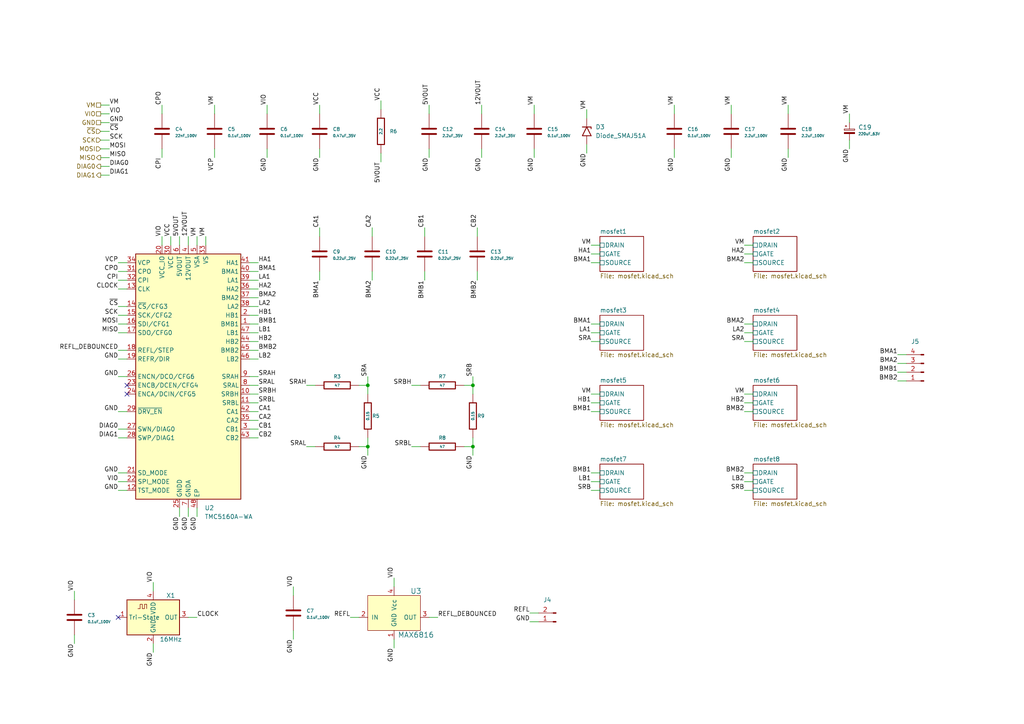
<source format=kicad_sch>
(kicad_sch (version 20230121) (generator eeschema)
  (paper "A4")
  (title_block (title "pico-hat-stepper") (date "2024-04-16") (rev "1.0") (company "Howard Hughes Medical Institute"))
  (lib_symbols
    (symbol "Janelia:CP_220uF_63V_12.5x14.1MM" (pin_numbers hide) (pin_names (offset 0.254) hide)
      (property "Reference" "C" (at 0.254 1.778 0))
      (property "Value" "220uF_63V" (at 0 0 0))
      (symbol "CP_220uF_63V_12.5x14.1MM_0_1"
        (rectangle (start -1.524 -0.3048) (end 1.524 -0.6858) (fill (type outline)))
        (rectangle (start -1.524 0.6858) (end 1.524 0.3048))
        (polyline (pts (xy -1.27 1.524) (xy -0.762 1.524)))
        (polyline (pts (xy -1.016 1.27) (xy -1.016 1.778)))
      )
      (symbol "CP_220uF_63V_12.5x14.1MM_1_1"
        (pin passive line (at 0 2.54 270) (length 1.8542) (name "~") (number "1"))
        (pin passive line (at 0 -2.54 90) (length 1.8542) (name "~") (number "2"))
      )
    )
    (symbol "Janelia:C_0.1uF_100V_0402" (pin_numbers hide) (pin_names (offset 0.254))
      (property "Reference" "C" (at 0 2.54 0))
      (property "Value" "0.1uF_100V" (at 0 0 0))
      (symbol "C_0.1uF_100V_0402_0_1"
        (polyline (pts (xy -2.032 -0.762) (xy 2.032 -0.762)) (stroke (width 0.508)))
        (polyline (pts (xy -2.032 0.762) (xy 2.032 0.762)) (stroke (width 0.508)))
      )
      (symbol "C_0.1uF_100V_0402_1_1"
        (pin passive line (at 0 5.08 270) (length 4.318) (name "~") (number "1"))
        (pin passive line (at 0 -5.08 90) (length 4.318) (name "~") (number "2"))
      )
    )
    (symbol "Janelia:C_0.22uF_25V_0402" (pin_numbers hide) (pin_names (offset 0.254))
      (property "Reference" "C" (at 0 2.54 0))
      (property "Value" "0.22uF_25V" (at 0 0 0))
      (symbol "C_0.22uF_25V_0402_0_1"
        (polyline (pts (xy -2.032 -0.762) (xy 2.032 -0.762)) (stroke (width 0.508)))
        (polyline (pts (xy -2.032 0.762) (xy 2.032 0.762)) (stroke (width 0.508)))
      )
      (symbol "C_0.22uF_25V_0402_1_1"
        (pin passive line (at 0 5.08 270) (length 4.318) (name "~") (number "1"))
        (pin passive line (at 0 -5.08 90) (length 4.318) (name "~") (number "2"))
      )
    )
    (symbol "Janelia:C_0.47uF_35V_0402" (pin_numbers hide) (pin_names (offset 0.254))
      (property "Reference" "C" (at 0 2.54 0))
      (property "Value" "0.47uF_35V" (at 0 0 0))
      (symbol "C_0.47uF_35V_0402_0_1"
        (polyline (pts (xy -2.032 -0.762) (xy 2.032 -0.762)) (stroke (width 0.508)))
        (polyline (pts (xy -2.032 0.762) (xy 2.032 0.762)) (stroke (width 0.508)))
      )
      (symbol "C_0.47uF_35V_0402_1_1"
        (pin passive line (at 0 5.08 270) (length 4.318) (name "~") (number "1"))
        (pin passive line (at 0 -5.08 90) (length 4.318) (name "~") (number "2"))
      )
    )
    (symbol "Janelia:C_2.2uF_100V_0805" (pin_numbers hide) (pin_names (offset 0.254))
      (property "Reference" "C" (at 0 2.54 0))
      (property "Value" "2.2uF_100V" (at 0 0 0))
      (symbol "C_2.2uF_100V_0805_0_1"
        (polyline (pts (xy -2.032 -0.762) (xy 2.032 -0.762)) (stroke (width 0.508)))
        (polyline (pts (xy -2.032 0.762) (xy 2.032 0.762)) (stroke (width 0.508)))
      )
      (symbol "C_2.2uF_100V_0805_1_1"
        (pin passive line (at 0 5.08 270) (length 4.318) (name "~") (number "1"))
        (pin passive line (at 0 -5.08 90) (length 4.318) (name "~") (number "2"))
      )
    )
    (symbol "Janelia:C_2.2uF_35V_0402" (pin_numbers hide) (pin_names (offset 0.254))
      (property "Reference" "C" (at 0 2.54 0))
      (property "Value" "2.2uF_35V" (at 0 0 0))
      (symbol "C_2.2uF_35V_0402_0_1"
        (polyline (pts (xy -2.032 -0.762) (xy 2.032 -0.762)) (stroke (width 0.508)))
        (polyline (pts (xy -2.032 0.762) (xy 2.032 0.762)) (stroke (width 0.508)))
      )
      (symbol "C_2.2uF_35V_0402_1_1"
        (pin passive line (at 0 5.08 270) (length 4.318) (name "~") (number "1"))
        (pin passive line (at 0 -5.08 90) (length 4.318) (name "~") (number "2"))
      )
    )
    (symbol "Janelia:C_22nF_100V_0603" (pin_numbers hide) (pin_names (offset 0.254))
      (property "Reference" "C" (at 0 2.54 0))
      (property "Value" "22nF_100V" (at 0 0 0))
      (symbol "C_22nF_100V_0603_0_1"
        (polyline (pts (xy -2.032 -0.762) (xy 2.032 -0.762)) (stroke (width 0.508)))
        (polyline (pts (xy -2.032 0.762) (xy 2.032 0.762)) (stroke (width 0.508)))
      )
      (symbol "C_22nF_100V_0603_1_1"
        (pin passive line (at 0 5.08 270) (length 4.318) (name "~") (number "1"))
        (pin passive line (at 0 -5.08 90) (length 4.318) (name "~") (number "2"))
      )
    )
    (symbol "Janelia:Conn_01x02_P1MM_Molex_Pico-Clasp-501330_Horizontal" (pin_names (offset 1.016) hide)
      (property "Reference" "J" (at 2.54 2.54 0))
      (property "Value" "Conn_01x02_P1.5MM_Molex_Pico-SPOX_Horizontal" (at -1.27 -1.27 90))
      (symbol "Conn_01x02_P1MM_Molex_Pico-Clasp-501330_Horizontal_1_1"
        (polyline (pts (xy 1.27 -2.54) (xy 0.8636 -2.54)) (stroke (width 0.1524)))
        (polyline (pts (xy 1.27 0) (xy 0.8636 0)) (stroke (width 0.1524)))
        (rectangle (start 0.8636 -2.413) (end 0 -2.667) (stroke (width 0.1524)) (fill (type outline)))
        (rectangle (start 0.8636 0.127) (end 0 -0.127) (stroke (width 0.1524)) (fill (type outline)))
        (pin passive line (at 5.08 0 180) (length 3.81) (name "Pin_1") (number "1"))
        (pin passive line (at 5.08 -2.54 180) (length 3.81) (name "Pin_2") (number "2"))
      )
    )
    (symbol "Janelia:Conn_01x04_P1.5MM_Molex_Pico-SPOX-87438_Horizontal" (pin_names (offset 1.016) hide)
      (property "Reference" "J" (at 2.54 6.35 0))
      (property "Value" "Conn_01x04_P1.5MM_Molex_Pico-SPOX-87438_Horizontal" (at -1.27 -1.27 90))
      (symbol "Conn_01x04_P1.5MM_Molex_Pico-SPOX-87438_Horizontal_1_1"
        (polyline (pts (xy 1.27 -5.08) (xy 0.8636 -5.08)) (stroke (width 0.1524)))
        (polyline (pts (xy 1.27 -2.54) (xy 0.8636 -2.54)) (stroke (width 0.1524)))
        (polyline (pts (xy 1.27 0) (xy 0.8636 0)) (stroke (width 0.1524)))
        (polyline (pts (xy 1.27 2.54) (xy 0.8636 2.54)) (stroke (width 0.1524)))
        (rectangle (start 0.8636 -4.953) (end 0 -5.207) (stroke (width 0.1524)) (fill (type outline)))
        (rectangle (start 0.8636 -2.413) (end 0 -2.667) (stroke (width 0.1524)) (fill (type outline)))
        (rectangle (start 0.8636 0.127) (end 0 -0.127) (stroke (width 0.1524)) (fill (type outline)))
        (rectangle (start 0.8636 2.667) (end 0 2.413) (stroke (width 0.1524)) (fill (type outline)))
        (pin passive line (at 5.08 2.54 180) (length 3.81) (name "Pin_1") (number "1"))
        (pin passive line (at 5.08 0 180) (length 3.81) (name "Pin_2") (number "2"))
        (pin passive line (at 5.08 -2.54 180) (length 3.81) (name "Pin_3") (number "3"))
        (pin passive line (at 5.08 -5.08 180) (length 3.81) (name "Pin_4") (number "4"))
      )
    )
    (symbol "Janelia:Diode_SMAJ51A" (pin_numbers hide) (pin_names (offset 1.016) hide)
      (property "Reference" "D" (at 0 2.54 0))
      (property "Value" "Diode_SMAJ51A" (at 0 -2.54 0))
      (symbol "Diode_SMAJ51A_0_1"
        (polyline (pts (xy -0.762 1.27) (xy -1.27 1.27) (xy -1.27 -1.27)) (stroke (width 0.254)))
        (polyline (pts (xy 1.27 1.27) (xy 1.27 -1.27) (xy -1.27 0) (xy 1.27 1.27)) (stroke (width 0.254)))
      )
      (symbol "Diode_SMAJ51A_1_1"
        (pin passive line (at -3.81 0 0) (length 2.54) (name "A1") (number "1"))
        (pin passive line (at 3.81 0 180) (length 2.54) (name "A2") (number "2"))
      )
    )
    (symbol "Janelia:MAX6816" (pin_names (offset 1.016))
      (property "Reference" "U" (at 5.08 -6.35 0))
      (property "Value" "MAX6816" (at 5.08 6.35 0))
      (symbol "MAX6816_1_1"
        (rectangle (start -7.62 5.08) (end 7.62 -5.08) (fill (type background)))
        (pin power_in line (at 0 -7.62 90) (length 2.54) (name "GND") (number "1"))
        (pin passive line (at -10.16 -1.27 0) (length 2.54) (name "IN") (number "2"))
        (pin output line (at 10.16 -1.27 180) (length 2.54) (name "OUT") (number "3"))
        (pin power_in line (at 0 7.62 270) (length 2.54) (name "Vcc") (number "4"))
      )
    )
    (symbol "Janelia:Oscillator_16MHz_ECS-2520S33"
      (property "Reference" "X" (at -5.08 6.35 0))
      (property "Value" "16MHz" (at 1.27 -6.35 0))
      (symbol "Oscillator_16MHz_ECS-2520S33_0_1"
        (rectangle (start -7.62 5.08) (end 7.62 -5.08) (stroke (width 0.254)) (fill (type background)))
        (polyline (pts (xy -4.445 2.54) (xy -3.81 2.54) (xy -3.81 3.81) (xy -3.175 3.81) (xy -3.175 2.54) (xy -2.54 2.54) (xy -2.54 3.81) (xy -1.905 3.81) (xy -1.905 2.54)))
      )
      (symbol "Oscillator_16MHz_ECS-2520S33_1_1"
        (pin input line (at -10.16 0 0) (length 2.54) (name "Tri-State") (number "1"))
        (pin power_in line (at 0 -7.62 90) (length 2.54) (name "GND") (number "2"))
        (pin output line (at 10.16 0 180) (length 2.54) (name "OUT") (number "3"))
        (pin power_in line (at 0 7.62 270) (length 2.54) (name "VDD") (number "4"))
      )
    )
    (symbol "Janelia:R_0.15_1W_1206_CS" (pin_numbers hide) (pin_names (offset 0))
      (property "Reference" "R" (at 2.032 0 90))
      (property "Value" "0.15" (at 0 0 90))
      (symbol "R_0.15_1W_1206_CS_0_1"
        (rectangle (start -1.016 3.81) (end 1.016 -3.81) (stroke (width 0.3048)))
      )
      (symbol "R_0.15_1W_1206_CS_1_1"
        (pin passive line (at 0 6.35 270) (length 2.54) (name "~") (number "1"))
        (pin passive line (at 0 -6.35 90) (length 2.54) (name "~") (number "2"))
      )
    )
    (symbol "Janelia:R_2.2_0402" (pin_numbers hide) (pin_names (offset 0))
      (property "Reference" "R" (at 2.032 0 90))
      (property "Value" "2.2" (at 0 0 90))
      (symbol "R_2.2_0402_0_1"
        (rectangle (start -1.016 3.81) (end 1.016 -3.81) (stroke (width 0.3048)))
      )
      (symbol "R_2.2_0402_1_1"
        (pin passive line (at 0 6.35 270) (length 2.54) (name "~") (number "1"))
        (pin passive line (at 0 -6.35 90) (length 2.54) (name "~") (number "2"))
      )
    )
    (symbol "Janelia:R_47_0.063W_0402" (pin_numbers hide) (pin_names (offset 0))
      (property "Reference" "R" (at 2.032 0 90))
      (property "Value" "47" (at 0 0 90))
      (symbol "R_47_0.063W_0402_0_1"
        (rectangle (start -1.016 3.81) (end 1.016 -3.81) (stroke (width 0.3048)))
      )
      (symbol "R_47_0.063W_0402_1_1"
        (pin passive line (at 0 6.35 270) (length 2.54) (name "~") (number "1"))
        (pin passive line (at 0 -6.35 90) (length 2.54) (name "~") (number "2"))
      )
    )
    (symbol "Janelia:TMC5160A-WA"
      (property "Reference" "U" (at -11.43 38.1 0))
      (property "Value" "TMC5160A-WA" (at 10.16 38.1 0))
      (symbol "TMC5160A-WA_1_0"
        (rectangle (start -15.24 -35.56) (end 15.24 35.56) (stroke (width 0.254)) (fill (type background)))
      )
      (symbol "TMC5160A-WA_1_1"
        (pin passive line (at 17.78 15.24 180) (length 2.54) (name "BMB1") (number "1"))
        (pin passive line (at 17.78 -5.08 180) (length 2.54) (name "SRBH") (number "10"))
        (pin passive line (at 17.78 -7.62 180) (length 2.54) (name "SRBL") (number "11"))
        (pin input line (at -17.78 -33.02 0) (length 2.54) (name "TST_MODE") (number "12"))
        (pin input line (at -17.78 25.4 0) (length 2.54) (name "CLK") (number "13"))
        (pin input line (at -17.78 20.32 0) (length 2.54) (name "~{CS}/CFG3") (number "14"))
        (pin input line (at -17.78 17.78 0) (length 2.54) (name "SCK/CFG2") (number "15"))
        (pin input line (at -17.78 15.24 0) (length 2.54) (name "SDI/CFG1") (number "16"))
        (pin bidirectional line (at -17.78 12.7 0) (length 2.54) (name "SDO/CFG0") (number "17"))
        (pin input line (at -17.78 7.62 0) (length 2.54) (name "REFL/STEP") (number "18"))
        (pin input line (at -17.78 5.08 0) (length 2.54) (name "REFR/DIR") (number "19"))
        (pin output line (at 17.78 17.78 180) (length 2.54) (name "HB1") (number "2"))
        (pin power_in line (at -7.62 38.1 270) (length 2.54) (name "VCC_IO") (number "20"))
        (pin input line (at -17.78 -27.94 0) (length 2.54) (name "SD_MODE") (number "21"))
        (pin input line (at -17.78 -30.48 0) (length 2.54) (name "SPI_MODE") (number "22"))
        (pin input line (at -17.78 -2.54 0) (length 2.54) (name "ENCB/DCEN/CFG4") (number "23"))
        (pin input line (at -17.78 -5.08 0) (length 2.54) (name "ENCA/DCIN/CFG5") (number "24"))
        (pin power_in line (at -2.54 -38.1 90) (length 2.54) (name "GNDD") (number "25"))
        (pin bidirectional line (at -17.78 0 0) (length 2.54) (name "ENCN/DCO/CFG6") (number "26"))
        (pin bidirectional line (at -17.78 -15.24 0) (length 2.54) (name "SWN/DIAG0") (number "27"))
        (pin bidirectional line (at -17.78 -17.78 0) (length 2.54) (name "SWP/DIAG1") (number "28"))
        (pin input line (at -17.78 -10.16 0) (length 2.54) (name "~{DRV_EN}") (number "29"))
        (pin passive line (at 17.78 -15.24 180) (length 2.54) (name "CB1") (number "3"))
        (pin power_in line (at -5.08 38.1 270) (length 2.54) (name "VCC") (number "30"))
        (pin passive line (at -17.78 30.48 0) (length 2.54) (name "CPO") (number "31"))
        (pin passive line (at -17.78 27.94 0) (length 2.54) (name "CPI") (number "32"))
        (pin power_in line (at 5.08 38.1 270) (length 2.54) (name "VS") (number "33"))
        (pin passive line (at -17.78 33.02 0) (length 2.54) (name "VCP") (number "34"))
        (pin passive line (at 17.78 -12.7 180) (length 2.54) (name "CA2") (number "35"))
        (pin output line (at 17.78 25.4 180) (length 2.54) (name "HA2") (number "36"))
        (pin passive line (at 17.78 22.86 180) (length 2.54) (name "BMA2") (number "37"))
        (pin output line (at 17.78 20.32 180) (length 2.54) (name "LA2") (number "38"))
        (pin output line (at 17.78 27.94 180) (length 2.54) (name "LA1") (number "39"))
        (pin power_out line (at 0 38.1 270) (length 2.54) (name "12VOUT") (number "4"))
        (pin passive line (at 17.78 30.48 180) (length 2.54) (name "BMA1") (number "40"))
        (pin output line (at 17.78 33.02 180) (length 2.54) (name "HA1") (number "41"))
        (pin passive line (at 17.78 -10.16 180) (length 2.54) (name "CA1") (number "42"))
        (pin passive line (at 17.78 -17.78 180) (length 2.54) (name "CB2") (number "43"))
        (pin output line (at 17.78 10.16 180) (length 2.54) (name "HB2") (number "44"))
        (pin passive line (at 17.78 7.62 180) (length 2.54) (name "BMB2") (number "45"))
        (pin output line (at 17.78 5.08 180) (length 2.54) (name "LB2") (number "46"))
        (pin output line (at 17.78 12.7 180) (length 2.54) (name "LB1") (number "47"))
        (pin power_in line (at 2.54 -38.1 90) (length 2.54) (name "EP") (number "48"))
        (pin power_in line (at 2.54 38.1 270) (length 2.54) (name "VSA") (number "5"))
        (pin power_out line (at -2.54 38.1 270) (length 2.54) (name "5VOUT") (number "6"))
        (pin power_in line (at 0 -38.1 90) (length 2.54) (name "GNDA") (number "7"))
        (pin passive line (at 17.78 -2.54 180) (length 2.54) (name "SRAL") (number "8"))
        (pin passive line (at 17.78 0 180) (length 2.54) (name "SRAH") (number "9"))
      )
    )
  )
  (junction (at 106.68 111.76))
  (junction (at 137.16 129.54))
  (junction (at 137.16 111.76))
  (junction (at 106.68 129.54))
  (no_connect (at 36.83 114.3))
  (no_connect (at 34.29 179.07))
  (no_connect (at 36.83 111.76))
  (wire (pts (xy 171.45 114.3) (xy 173.99 114.3)))
  (wire (pts (xy 104.14 179.07) (xy 101.6 179.07)))
  (wire (pts (xy 72.39 93.98) (xy 74.93 93.98)))
  (wire (pts (xy 85.09 172.72) (xy 85.09 170.18)))
  (wire (pts (xy 215.9 76.2) (xy 218.44 76.2)))
  (wire (pts (xy 59.69 71.12) (xy 59.69 68.58)))
  (wire (pts (xy 106.68 114.3) (xy 106.68 111.76)))
  (wire (pts (xy 215.9 116.84) (xy 218.44 116.84)))
  (wire (pts (xy 72.39 88.9) (xy 74.93 88.9)))
  (wire (pts (xy 72.39 114.3) (xy 74.93 114.3)))
  (wire (pts (xy 212.09 33.02) (xy 212.09 30.48)))
  (wire (pts (xy 54.61 147.32) (xy 54.61 149.86)))
  (wire (pts (xy 171.45 142.24) (xy 173.99 142.24)))
  (wire (pts (xy 171.45 116.84) (xy 173.99 116.84)))
  (wire (pts (xy 62.23 33.02) (xy 62.23 30.48)))
  (wire (pts (xy 29.21 35.56) (xy 31.75 35.56)))
  (wire (pts (xy 72.39 81.28) (xy 74.93 81.28)))
  (wire (pts (xy 171.45 99.06) (xy 173.99 99.06)))
  (wire (pts (xy 171.45 93.98) (xy 173.99 93.98)))
  (wire (pts (xy 156.21 177.8) (xy 153.67 177.8)))
  (wire (pts (xy 29.21 50.8) (xy 31.75 50.8)))
  (wire (pts (xy 36.83 109.22) (xy 34.29 109.22)))
  (wire (pts (xy 228.6 43.18) (xy 228.6 45.72)))
  (wire (pts (xy 215.9 119.38) (xy 218.44 119.38)))
  (wire (pts (xy 106.68 129.54) (xy 106.68 132.08)))
  (wire (pts (xy 77.47 33.02) (xy 77.47 30.48)))
  (wire (pts (xy 260.35 105.41) (xy 262.89 105.41)))
  (wire (pts (xy 171.45 76.2) (xy 173.99 76.2)))
  (wire (pts (xy 139.7 43.18) (xy 139.7 45.72)))
  (wire (pts (xy 29.21 48.26) (xy 31.75 48.26)))
  (wire (pts (xy 72.39 76.2) (xy 74.93 76.2)))
  (wire (pts (xy 72.39 109.22) (xy 74.93 109.22)))
  (wire (pts (xy 134.62 129.54) (xy 137.16 129.54)))
  (wire (pts (xy 104.14 111.76) (xy 106.68 111.76)))
  (wire (pts (xy 124.46 33.02) (xy 124.46 30.48)))
  (wire (pts (xy 29.21 43.18) (xy 31.75 43.18)))
  (wire (pts (xy 36.83 81.28) (xy 34.29 81.28)))
  (wire (pts (xy 215.9 99.06) (xy 218.44 99.06)))
  (wire (pts (xy 52.07 147.32) (xy 52.07 149.86)))
  (wire (pts (xy 36.83 83.82) (xy 34.29 83.82)))
  (wire (pts (xy 124.46 43.18) (xy 124.46 45.72)))
  (wire (pts (xy 156.21 180.34) (xy 153.67 180.34)))
  (wire (pts (xy 171.45 71.12) (xy 173.99 71.12)))
  (wire (pts (xy 114.3 185.42) (xy 114.3 187.96)))
  (wire (pts (xy 46.99 71.12) (xy 46.99 68.58)))
  (wire (pts (xy 137.16 114.3) (xy 137.16 111.76)))
  (wire (pts (xy 54.61 71.12) (xy 54.61 68.58)))
  (wire (pts (xy 36.83 142.24) (xy 34.29 142.24)))
  (wire (pts (xy 29.21 38.1) (xy 31.75 38.1)))
  (wire (pts (xy 72.39 91.44) (xy 74.93 91.44)))
  (wire (pts (xy 170.18 34.29) (xy 170.18 31.75)))
  (wire (pts (xy 44.45 171.45) (xy 44.45 168.91)))
  (wire (pts (xy 137.16 129.54) (xy 137.16 132.08)))
  (wire (pts (xy 171.45 96.52) (xy 173.99 96.52)))
  (wire (pts (xy 36.83 104.14) (xy 34.29 104.14)))
  (wire (pts (xy 36.83 137.16) (xy 34.29 137.16)))
  (wire (pts (xy 106.68 111.76) (xy 106.68 109.22)))
  (wire (pts (xy 137.16 127) (xy 137.16 129.54)))
  (wire (pts (xy 72.39 101.6) (xy 74.93 101.6)))
  (wire (pts (xy 72.39 121.92) (xy 74.93 121.92)))
  (wire (pts (xy 72.39 111.76) (xy 74.93 111.76)))
  (wire (pts (xy 215.9 139.7) (xy 218.44 139.7)))
  (wire (pts (xy 134.62 111.76) (xy 137.16 111.76)))
  (wire (pts (xy 106.68 127) (xy 106.68 129.54)))
  (wire (pts (xy 72.39 78.74) (xy 74.93 78.74)))
  (wire (pts (xy 54.61 179.07) (xy 57.15 179.07)))
  (wire (pts (xy 21.59 173.99) (xy 21.59 171.45)))
  (wire (pts (xy 44.45 186.69) (xy 44.45 189.23)))
  (wire (pts (xy 46.99 33.02) (xy 46.99 30.48)))
  (wire (pts (xy 85.09 182.88) (xy 85.09 185.42)))
  (wire (pts (xy 36.83 124.46) (xy 34.29 124.46)))
  (wire (pts (xy 107.95 68.58) (xy 107.95 66.04)))
  (wire (pts (xy 215.9 96.52) (xy 218.44 96.52)))
  (wire (pts (xy 36.83 119.38) (xy 34.29 119.38)))
  (wire (pts (xy 137.16 111.76) (xy 137.16 109.22)))
  (wire (pts (xy 72.39 127) (xy 74.93 127)))
  (wire (pts (xy 195.58 33.02) (xy 195.58 30.48)))
  (wire (pts (xy 72.39 119.38) (xy 74.93 119.38)))
  (wire (pts (xy 36.83 76.2) (xy 34.29 76.2)))
  (wire (pts (xy 29.21 45.72) (xy 31.75 45.72)))
  (wire (pts (xy 246.38 40.64) (xy 246.38 43.18)))
  (wire (pts (xy 46.99 43.18) (xy 46.99 45.72)))
  (wire (pts (xy 195.58 43.18) (xy 195.58 45.72)))
  (wire (pts (xy 91.44 111.76) (xy 88.9 111.76)))
  (wire (pts (xy 72.39 124.46) (xy 74.93 124.46)))
  (wire (pts (xy 215.9 71.12) (xy 218.44 71.12)))
  (wire (pts (xy 171.45 73.66) (xy 173.99 73.66)))
  (wire (pts (xy 171.45 137.16) (xy 173.99 137.16)))
  (wire (pts (xy 57.15 71.12) (xy 57.15 68.58)))
  (wire (pts (xy 57.15 147.32) (xy 57.15 149.86)))
  (wire (pts (xy 36.83 93.98) (xy 34.29 93.98)))
  (wire (pts (xy 123.19 68.58) (xy 123.19 66.04)))
  (wire (pts (xy 121.92 111.76) (xy 119.38 111.76)))
  (wire (pts (xy 124.46 179.07) (xy 127 179.07)))
  (wire (pts (xy 29.21 30.48) (xy 31.75 30.48)))
  (wire (pts (xy 212.09 43.18) (xy 212.09 45.72)))
  (wire (pts (xy 215.9 73.66) (xy 218.44 73.66)))
  (wire (pts (xy 110.49 31.75) (xy 110.49 29.21)))
  (wire (pts (xy 123.19 81.28) (xy 123.19 78.74)))
  (wire (pts (xy 138.43 81.28) (xy 138.43 78.74)))
  (wire (pts (xy 110.49 44.45) (xy 110.49 46.99)))
  (wire (pts (xy 104.14 129.54) (xy 106.68 129.54)))
  (wire (pts (xy 215.9 114.3) (xy 218.44 114.3)))
  (wire (pts (xy 170.18 41.91) (xy 170.18 44.45)))
  (wire (pts (xy 36.83 101.6) (xy 34.29 101.6)))
  (wire (pts (xy 36.83 91.44) (xy 34.29 91.44)))
  (wire (pts (xy 246.38 35.56) (xy 246.38 33.02)))
  (wire (pts (xy 139.7 33.02) (xy 139.7 30.48)))
  (wire (pts (xy 36.83 78.74) (xy 34.29 78.74)))
  (wire (pts (xy 72.39 104.14) (xy 74.93 104.14)))
  (wire (pts (xy 21.59 184.15) (xy 21.59 186.69)))
  (wire (pts (xy 36.83 88.9) (xy 34.29 88.9)))
  (wire (pts (xy 72.39 83.82) (xy 74.93 83.82)))
  (wire (pts (xy 72.39 99.06) (xy 74.93 99.06)))
  (wire (pts (xy 36.83 139.7) (xy 34.29 139.7)))
  (wire (pts (xy 260.35 102.87) (xy 262.89 102.87)))
  (wire (pts (xy 154.94 33.02) (xy 154.94 30.48)))
  (wire (pts (xy 36.83 96.52) (xy 34.29 96.52)))
  (wire (pts (xy 154.94 43.18) (xy 154.94 45.72)))
  (wire (pts (xy 114.3 170.18) (xy 114.3 167.64)))
  (wire (pts (xy 62.23 43.18) (xy 62.23 45.72)))
  (wire (pts (xy 77.47 43.18) (xy 77.47 45.72)))
  (wire (pts (xy 72.39 86.36) (xy 74.93 86.36)))
  (wire (pts (xy 121.92 129.54) (xy 119.38 129.54)))
  (wire (pts (xy 92.71 43.18) (xy 92.71 45.72)))
  (wire (pts (xy 92.71 33.02) (xy 92.71 30.48)))
  (wire (pts (xy 29.21 40.64) (xy 31.75 40.64)))
  (wire (pts (xy 260.35 110.49) (xy 262.89 110.49)))
  (wire (pts (xy 92.71 81.28) (xy 92.71 78.74)))
  (wire (pts (xy 52.07 71.12) (xy 52.07 68.58)))
  (wire (pts (xy 228.6 33.02) (xy 228.6 30.48)))
  (wire (pts (xy 29.21 33.02) (xy 31.75 33.02)))
  (wire (pts (xy 49.53 71.12) (xy 49.53 68.58)))
  (wire (pts (xy 72.39 96.52) (xy 74.93 96.52)))
  (wire (pts (xy 107.95 81.28) (xy 107.95 78.74)))
  (wire (pts (xy 138.43 68.58) (xy 138.43 66.04)))
  (wire (pts (xy 171.45 139.7) (xy 173.99 139.7)))
  (wire (pts (xy 215.9 93.98) (xy 218.44 93.98)))
  (wire (pts (xy 92.71 68.58) (xy 92.71 66.04)))
  (wire (pts (xy 215.9 142.24) (xy 218.44 142.24)))
  (wire (pts (xy 91.44 129.54) (xy 88.9 129.54)))
  (wire (pts (xy 215.9 137.16) (xy 218.44 137.16)))
  (wire (pts (xy 260.35 107.95) (xy 262.89 107.95)))
  (wire (pts (xy 72.39 116.84) (xy 74.93 116.84)))
  (wire (pts (xy 171.45 119.38) (xy 173.99 119.38)))
  (wire (pts (xy 36.83 127) (xy 34.29 127)))
  (label "VIO" (at 44.45 168.91 90))
  (label "SRBL" (at 119.38 129.54 180))
  (label "BMB1" (at 123.19 81.28 270))
  (label "HB2" (at 215.9 116.84 180))
  (label "SCK" (at 34.29 91.44 180))
  (label "VM" (at 59.69 68.58 90))
  (label "VIO" (at 21.59 171.45 90))
  (label "SRAH" (at 88.9 111.76 180))
  (label "GND" (at 246.38 43.18 270))
  (label "BMA1" (at 92.71 81.28 270))
  (label "GND" (at 34.29 104.14 180))
  (label "GND" (at 34.29 137.16 180))
  (label "CB2" (at 138.43 66.04 90))
  (label "BMA2" (at 74.93 86.36 0))
  (label "BMA1" (at 260.35 102.87 180))
  (label "VCC" (at 92.71 30.48 90))
  (label "VM" (at 170.18 31.75 90))
  (label "SRB" (at 215.9 142.24 180))
  (label "CB1" (at 123.19 66.04 90))
  (label "SRA" (at 215.9 99.06 180))
  (label "VIO" (at 31.75 33.02 0))
  (label "VCC" (at 110.49 29.21 90))
  (label "SRBH" (at 74.93 114.3 0))
  (label "VM" (at 246.38 33.02 90))
  (label "BMB1" (at 171.45 119.38 180))
  (label "LA1" (at 171.45 96.52 180))
  (label "VIO" (at 85.09 170.18 90))
  (label "CB1" (at 74.93 124.46 0))
  (label "GND" (at 34.29 142.24 180))
  (label "GND" (at 212.09 45.72 270))
  (label "GND" (at 170.18 44.45 270))
  (label "BMB1" (at 171.45 137.16 180))
  (label "GND" (at 228.6 45.72 270))
  (label "VIO" (at 114.3 167.64 90))
  (label "GND" (at 137.16 132.08 270))
  (label "MOSI" (at 34.29 93.98 180))
  (label "BMA2" (at 107.95 81.28 270))
  (label "VM" (at 171.45 71.12 180))
  (label "DIAG1" (at 34.29 127 180))
  (label "BMA1" (at 171.45 93.98 180))
  (label "GND" (at 34.29 119.38 180))
  (label "LB2" (at 74.93 104.14 0))
  (label "MISO" (at 34.29 96.52 180))
  (label "LB1" (at 74.93 96.52 0))
  (label "VM" (at 57.15 68.58 90))
  (label "LA2" (at 215.9 96.52 180))
  (label "~{CS}" (at 34.29 88.9 180))
  (label "VM" (at 171.45 114.3 180))
  (label "REFL_DEBOUNCED" (at 34.29 101.6 180))
  (label "5VOUT" (at 110.49 46.99 270))
  (label "BMA1" (at 171.45 76.2 180))
  (label "GND" (at 34.29 109.22 180))
  (label "CA2" (at 107.95 66.04 90))
  (label "GND" (at 106.68 132.08 270))
  (label "MISO" (at 31.75 45.72 0))
  (label "CPI" (at 46.99 45.72 270))
  (label "BMB2" (at 138.43 81.28 270))
  (label "GND" (at 85.09 185.42 270))
  (label "VM" (at 31.75 30.48 0))
  (label "GND" (at 139.7 45.72 270))
  (label "SRBL" (at 74.93 116.84 0))
  (label "GND" (at 54.61 149.86 270))
  (label "GND" (at 154.94 45.72 270))
  (label "SRAL" (at 74.93 111.76 0))
  (label "12VOUT" (at 139.7 30.48 90))
  (label "MOSI" (at 31.75 43.18 0))
  (label "BMA2" (at 260.35 105.41 180))
  (label "SRAH" (at 74.93 109.22 0))
  (label "HA1" (at 171.45 73.66 180))
  (label "GND" (at 195.58 45.72 270))
  (label "GND" (at 124.46 45.72 270))
  (label "BMB1" (at 260.35 107.95 180))
  (label "REFL_DEBOUNCED" (at 127 179.07 0))
  (label "DIAG1" (at 31.75 50.8 0))
  (label "VM" (at 215.9 114.3 180))
  (label "CA2" (at 74.93 121.92 0))
  (label "SRA" (at 171.45 99.06 180))
  (label "DIAG0" (at 34.29 124.46 180))
  (label "GND" (at 114.3 187.96 270))
  (label "SRB" (at 137.16 109.22 90))
  (label "HB2" (at 74.93 99.06 0))
  (label "GND" (at 21.59 186.69 270))
  (label "GND" (at 44.45 189.23 270))
  (label "DIAG0" (at 31.75 48.26 0))
  (label "VIO" (at 77.47 30.48 90))
  (label "LB1" (at 171.45 139.7 180))
  (label "HB1" (at 74.93 91.44 0))
  (label "BMB1" (at 74.93 93.98 0))
  (label "BMB2" (at 74.93 101.6 0))
  (label "GND" (at 153.67 180.34 180))
  (label "VCC" (at 49.53 68.58 90))
  (label "VM" (at 195.58 30.48 90))
  (label "VM" (at 228.6 30.48 90))
  (label "VM" (at 62.23 30.48 90))
  (label "VIO" (at 34.29 139.7 180))
  (label "CPO" (at 46.99 30.48 90))
  (label "~{CS}" (at 31.75 38.1 0))
  (label "CA1" (at 74.93 119.38 0))
  (label "VM" (at 212.09 30.48 90))
  (label "BMA2" (at 215.9 93.98 180))
  (label "GND" (at 57.15 149.86 270))
  (label "BMB2" (at 215.9 137.16 180))
  (label "BMA2" (at 215.9 76.2 180))
  (label "GND" (at 31.75 35.56 0))
  (label "REFL" (at 101.6 179.07 180))
  (label "BMA1" (at 74.93 78.74 0))
  (label "HA1" (at 74.93 76.2 0))
  (label "BMB2" (at 215.9 119.38 180))
  (label "SRB" (at 171.45 142.24 180))
  (label "LA1" (at 74.93 81.28 0))
  (label "SRAL" (at 88.9 129.54 180))
  (label "SCK" (at 31.75 40.64 0))
  (label "CA1" (at 92.71 66.04 90))
  (label "CPO" (at 34.29 78.74 180))
  (label "12VOUT" (at 54.61 68.58 90))
  (label "GND" (at 77.47 45.72 270))
  (label "VM" (at 215.9 71.12 180))
  (label "REFL" (at 153.67 177.8 180))
  (label "CB2" (at 74.93 127 0))
  (label "CLOCK" (at 34.29 83.82 180))
  (label "HB1" (at 171.45 116.84 180))
  (label "HA2" (at 74.93 83.82 0))
  (label "5VOUT" (at 52.07 68.58 90))
  (label "CLOCK" (at 57.15 179.07 0))
  (label "GND" (at 92.71 45.72 270))
  (label "VIO" (at 46.99 68.58 90))
  (label "VCP" (at 62.23 45.72 270))
  (label "BMB2" (at 260.35 110.49 180))
  (label "LB2" (at 215.9 139.7 180))
  (label "VCP" (at 34.29 76.2 180))
  (label "LA2" (at 74.93 88.9 0))
  (label "VM" (at 154.94 30.48 90))
  (label "GND" (at 52.07 149.86 270))
  (label "CPI" (at 34.29 81.28 180))
  (label "HA2" (at 215.9 73.66 180))
  (label "SRA" (at 106.68 109.22 90))
  (label "5VOUT" (at 124.46 30.48 90))
  (label "SRBH" (at 119.38 111.76 180))
  (hierarchical_label "DIAG0" (shape output) (at 29.21 48.26 180))
  (hierarchical_label "VIO" (shape passive) (at 29.21 33.02 180))
  (hierarchical_label "DIAG1" (shape output) (at 29.21 50.8 180))
  (hierarchical_label "VM" (shape passive) (at 29.21 30.48 180))
  (hierarchical_label "MISO" (shape output) (at 29.21 45.72 180))
  (hierarchical_label "MOSI" (shape input) (at 29.21 43.18 180))
  (hierarchical_label "GND" (shape passive) (at 29.21 35.56 180))
  (hierarchical_label "~{CS}" (shape input) (at 29.21 38.1 180))
  (hierarchical_label "SCK" (shape input) (at 29.21 40.64 180))
  (symbol (lib_id "Janelia:C_0.22uF_25V_0402") (at 123.19 73.66 0) (unit 1)
    (property "Reference" "C11" (at 127 73.025 0) (effects (font (size 1.016 1.016)) (justify left)))
    (property "Value" "0.22uF_25V" (at 127 74.9299 0) (effects (font (size 0.762 0.762)) (justify left)))
    (property "Footprint" "Janelia:C_0402_1005Metric" (effects hide))
    (property "Vendor" "Digi-Key" (effects hide))
    (property "Vendor Part Number" "490-12245-1-ND" (effects hide))
    (property "Description" "CAP CER 0.22UF 25V X6S" (effects hide))
    (property "Manufacturer" "Murata Electronics" (effects hide))
    (property "Manufacturer Part Number" "GRT155C81E224KE01D" (effects hide))
    (property "Package" "0402" (effects hide))
  )
  (symbol (lib_id "Janelia:R_47_0.063W_0402") (at 97.79 129.54 90) (unit 1)
    (property "Reference" "R4" (at 97.79 127 90) (effects (font (size 1.016 1.016))))
    (property "Value" "47" (at 97.79 129.54 90) (effects (font (size 0.762 0.762))))
    (property "Footprint" "Janelia:R_0402_1005Metric" (effects hide))
    (property "Vendor" "Digi-Key" (effects hide))
    (property "Vendor Part Number" "RMCF0402FT47R0CT-ND" (effects hide))
    (property "Description" "RES 47 OHM 1% 1/16W" (effects hide))
    (property "Package" "0402" (effects hide))
    (property "Manufacturer" "Stackpole Electronics Inc" (effects hide))
    (property "Manufacturer Part Number" "RMCF0402FT47R0" (effects hide))
  )
  (symbol (lib_id "Janelia:C_0.1uF_100V_0402") (at 154.94 38.1 0) (unit 1)
    (property "Reference" "C15" (at 158.75 37.465 0) (effects (font (size 1.016 1.016)) (justify left)))
    (property "Value" "0.1uF_100V" (at 158.75 39.3699 0) (effects (font (size 0.762 0.762)) (justify left)))
    (property "Footprint" "Janelia:C_0402_1005Metric" (effects hide))
    (property "Vendor" "Digi-Key" (effects hide))
    (property "Vendor Part Number" "490-10458-1-ND" (effects hide))
    (property "Description" "CAP CER 0.1UF 100V X5R" (effects hide))
    (property "Manufacturer" "Murata Electronics" (effects hide))
    (property "Manufacturer Part Number" "GRM155R62A104KE14D" (effects hide))
    (property "Package" "0402" (effects hide))
  )
  (symbol (lib_id "Janelia:CP_220uF_63V_12.5x14.1MM") (at 246.38 38.1 0) (unit 1)
    (property "Reference" "C19" (at 248.92 36.9189 0) (effects (justify left)))
    (property "Value" "220uF_63V" (at 248.92 38.8238 0) (effects (font (size 0.762 0.762)) (justify left)))
    (property "Footprint" "Janelia:CP_Elec_EEEFK1J221AV" (effects hide))
    (property "Vendor" "Digi-Key" (effects hide))
    (property "Vendor Part Number" "P124703CT-ND" (effects hide))
    (property "Description" "CAP ALUM 220UF 20% 63V SMD" (effects hide))
    (property "Manufacturer" "Panasonic Electronic Components" (effects hide))
    (property "Manufacturer Part Number" "EEE-FK1J221AV" (effects hide))
  )
  (symbol (lib_id "Janelia:C_0.22uF_25V_0402") (at 92.71 73.66 0) (unit 1)
    (property "Reference" "C9" (at 96.52 73.025 0) (effects (font (size 1.016 1.016)) (justify left)))
    (property "Value" "0.22uF_25V" (at 96.52 74.9299 0) (effects (font (size 0.762 0.762)) (justify left)))
    (property "Footprint" "Janelia:C_0402_1005Metric" (effects hide))
    (property "Vendor" "Digi-Key" (effects hide))
    (property "Vendor Part Number" "490-12245-1-ND" (effects hide))
    (property "Description" "CAP CER 0.22UF 25V X6S" (effects hide))
    (property "Manufacturer" "Murata Electronics" (effects hide))
    (property "Manufacturer Part Number" "GRT155C81E224KE01D" (effects hide))
    (property "Package" "0402" (effects hide))
  )
  (symbol (lib_id "Janelia:C_2.2uF_35V_0402") (at 124.46 38.1 0) (unit 1)
    (property "Reference" "C12" (at 128.27 37.465 0) (effects (font (size 1.016 1.016)) (justify left)))
    (property "Value" "2.2uF_35V" (at 128.27 39.3699 0) (effects (font (size 0.762 0.762)) (justify left)))
    (property "Footprint" "Janelia:C_0402_1005Metric" (effects hide))
    (property "Vendor" "Digi-Key" (effects hide))
    (property "Vendor Part Number" "445-9028-1-ND" (effects hide))
    (property "Description" "CAP CER 2.2UF 35V X5R" (effects hide))
    (property "Package" "0402" (effects hide))
    (property "Manufacturer" "TDK Corporation" (effects hide))
    (property "Manufacturer Part Number" "C1005X5R1V225K050BC" (effects hide))
  )
  (symbol (lib_id "Janelia:Conn_01x04_P1.5MM_Molex_Pico-SPOX-87438_Horizontal") (at 267.97 107.95 180) (unit 1)
    (property "Reference" "J5" (at 265.43 99.06 0))
    (property "Value" "Conn_01x04_P1.5MM_Molex_Pico-SPOX-87438_Horizontal" (effects hide))
    (property "Footprint" "Janelia:Molex_Pico-SPOX-87438_1x04-P1.5mm_Horizontal" (effects hide))
    (property "Description" "CONN HEADER SMD R/A 4POS 1.5MM" (effects hide))
    (property "Manufacturer" "Molex" (effects hide))
    (property "Manufacturer Part Number" "0874380443" (effects hide))
    (property "Vendor" "Digi-Key" (effects hide))
    (property "Vendor Part Number" "WM7648CT-ND" (effects hide))
  )
  (symbol (lib_id "Janelia:MAX6816") (at 114.3 177.8 0) (unit 1)
    (property "Reference" "U3" (at 120.65 171.45 0) (effects (font (size 1.524 1.524))))
    (property "Value" "MAX6816" (at 120.65 184.15 0) (effects (font (size 1.524 1.524))))
    (property "Footprint" "Janelia:SOT192P237X122-4N" (effects hide))
    (property "Description" "IC SWITCH DEBOUNCER" (effects hide))
    (property "Package" " SOT143-4" (effects hide))
    (property "Manufacturer" "Analog Devices Inc./Maxim Integrated" (effects hide))
    (property "Manufacturer Part Number" "MAX6816EUS+T" (effects hide))
    (property "Vendor" "Digi-Key" (effects hide))
    (property "Vendor Part Number" "MAX6816EUS+TCT-ND" (effects hide))
    (property "Sim.Enable" "0" (effects hide))
  )
  (symbol (lib_id "Janelia:C_0.1uF_100V_0402") (at 21.59 179.07 0) (unit 1)
    (property "Reference" "C3" (at 25.4 178.435 0) (effects (font (size 1.016 1.016)) (justify left)))
    (property "Value" "0.1uF_100V" (at 25.4 180.3399 0) (effects (font (size 0.762 0.762)) (justify left)))
    (property "Footprint" "Janelia:C_0402_1005Metric" (effects hide))
    (property "Vendor" "Digi-Key" (effects hide))
    (property "Vendor Part Number" "490-10458-1-ND" (effects hide))
    (property "Description" "CAP CER 0.1UF 100V X5R" (effects hide))
    (property "Manufacturer" "Murata Electronics" (effects hide))
    (property "Manufacturer Part Number" "GRM155R62A104KE14D" (effects hide))
    (property "Package" "0402" (effects hide))
  )
  (symbol (lib_id "Janelia:C_0.22uF_25V_0402") (at 107.95 73.66 0) (unit 1)
    (property "Reference" "C10" (at 111.76 73.025 0) (effects (font (size 1.016 1.016)) (justify left)))
    (property "Value" "0.22uF_25V" (at 111.76 74.9299 0) (effects (font (size 0.762 0.762)) (justify left)))
    (property "Footprint" "Janelia:C_0402_1005Metric" (effects hide))
    (property "Vendor" "Digi-Key" (effects hide))
    (property "Vendor Part Number" "490-12245-1-ND" (effects hide))
    (property "Description" "CAP CER 0.22UF 25V X6S" (effects hide))
    (property "Manufacturer" "Murata Electronics" (effects hide))
    (property "Manufacturer Part Number" "GRT155C81E224KE01D" (effects hide))
    (property "Package" "0402" (effects hide))
  )
  (symbol (lib_id "Janelia:C_0.1uF_100V_0402") (at 195.58 38.1 0) (unit 1)
    (property "Reference" "C16" (at 199.39 37.465 0) (effects (font (size 1.016 1.016)) (justify left)))
    (property "Value" "0.1uF_100V" (at 199.39 39.3699 0) (effects (font (size 0.762 0.762)) (justify left)))
    (property "Footprint" "Janelia:C_0402_1005Metric" (effects hide))
    (property "Vendor" "Digi-Key" (effects hide))
    (property "Vendor Part Number" "490-10458-1-ND" (effects hide))
    (property "Description" "CAP CER 0.1UF 100V X5R" (effects hide))
    (property "Manufacturer" "Murata Electronics" (effects hide))
    (property "Manufacturer Part Number" "GRM155R62A104KE14D" (effects hide))
    (property "Package" "0402" (effects hide))
  )
  (symbol (lib_id "Janelia:TMC5160A-WA") (at 54.61 109.22 0) (unit 1)
    (property "Reference" "U2" (at 59.3441 147.32 0) (effects (justify left)))
    (property "Value" "TMC5160A-WA" (at 59.3441 149.86 0) (effects (justify left)))
    (property "Footprint" "Janelia:21-100593_ADI" (effects hide))
    (property "Datasheet" "https://www.analog.com/media/en/technical-documentation/data-sheets/TMC5160A_datasheet_rev1.18.pdf" (effects hide))
    (property "Description" "IC MTR DRVR BIPOLAR 8-60V" (effects hide))
    (property "Package" "47-VFQFN Exposed Pad" (effects hide))
    (property "Manufacturer" "Analog Devices Inc." (effects hide))
    (property "Manufacturer Part Number" "TMC5160A-WA" (effects hide))
    (property "Vendor" "Digi-Key" (effects hide))
    (property "Vendor Part Number" "505-TMC5160A-WA-ND" (effects hide))
  )
  (symbol (lib_id "Janelia:C_22nF_100V_0603") (at 46.99 38.1 0) (unit 1)
    (property "Reference" "C4" (at 50.8 37.465 0) (effects (font (size 1.016 1.016)) (justify left)))
    (property "Value" "22nF_100V" (at 50.8 39.3699 0) (effects (font (size 0.762 0.762)) (justify left)))
    (property "Footprint" "Janelia:C_0603_1608Metric" (effects hide))
    (property "Vendor" "Digi-Key" (effects hide))
    (property "Vendor Part Number" "490-4782-1-ND" (effects hide))
    (property "Description" "CAP CER 0.022UF 100V X7R" (effects hide))
    (property "Manufacturer" "Murata Electronics" (effects hide))
    (property "Manufacturer Part Number" "GCM188R72A223KA37D" (effects hide))
    (property "Package" "0603" (effects hide))
  )
  (symbol (lib_id "Janelia:C_2.2uF_100V_0805") (at 228.6 38.1 0) (unit 1)
    (property "Reference" "C18" (at 232.41 37.465 0) (effects (font (size 1.016 1.016)) (justify left)))
    (property "Value" "2.2uF_100V" (at 232.41 39.3699 0) (effects (font (size 0.762 0.762)) (justify left)))
    (property "Footprint" "Janelia:C_0805_2012Metric" (effects hide))
    (property "Vendor" "Digi-Key" (effects hide))
    (property "Vendor Part Number" "490-GRM21BD72A225ME01KCT-ND" (effects hide))
    (property "Description" "CAP CER 2.2UF 100V X7T" (effects hide))
    (property "Package" "0805" (effects hide))
    (property "Manufacturer" "Murata Electronics" (effects hide))
    (property "Manufacturer Part Number" "GRM21BD72A225ME01K" (effects hide))
  )
  (symbol (lib_id "Janelia:R_47_0.063W_0402") (at 97.79 111.76 90) (unit 1)
    (property "Reference" "R3" (at 97.79 109.22 90) (effects (font (size 1.016 1.016))))
    (property "Value" "47" (at 97.79 111.76 90) (effects (font (size 0.762 0.762))))
    (property "Footprint" "Janelia:R_0402_1005Metric" (effects hide))
    (property "Vendor" "Digi-Key" (effects hide))
    (property "Vendor Part Number" "RMCF0402FT47R0CT-ND" (effects hide))
    (property "Description" "RES 47 OHM 1% 1/16W" (effects hide))
    (property "Package" "0402" (effects hide))
    (property "Manufacturer" "Stackpole Electronics Inc" (effects hide))
    (property "Manufacturer Part Number" "RMCF0402FT47R0" (effects hide))
  )
  (symbol (lib_id "Janelia:R_0.15_1W_1206_CS") (at 106.68 120.65 0) (unit 1)
    (property "Reference" "R5" (at 107.95 120.65 0) (effects (font (size 1.016 1.016)) (justify left)))
    (property "Value" "0.15" (at 106.68 120.65 90) (effects (font (size 0.762 0.762))))
    (property "Footprint" "Janelia:R_1206_3216Metric" (effects hide))
    (property "Vendor" "Digi-Key" (effects hide))
    (property "Vendor Part Number" "2037-VSRP1206S1-R150FCT-ND" (effects hide))
    (property "Description" "RES 0.15 OHM 1% 1W" (effects hide))
    (property "Package" "1206" (effects hide))
    (property "Manufacturer" "Delta Electronics/Cyntec" (effects hide))
    (property "Manufacturer Part Number" "VSRP1206S1-R150F" (effects hide))
  )
  (symbol (lib_id "Janelia:Oscillator_16MHz_ECS-2520S33") (at 44.45 179.07 0) (unit 1)
    (property "Reference" "X1" (at 49.53 172.72 0))
    (property "Value" "16MHz" (at 49.53 185.42 0))
    (property "Footprint" "Janelia:OSC_ECS-2520S33-160-FN-TR" (effects hide))
    (property "Description" "XTAL OSC XO 16.0000MHZ HCMOS SMD" (effects hide))
    (property "Manufacturer" "ECS Inc." (effects hide))
    (property "Manufacturer Part Number" "ECS-2520S33-160-FN-TR" (effects hide))
    (property "Vendor" "Digi-Key" (effects hide))
    (property "Vendor Part Number" "XC2195CT-ND" (effects hide))
  )
  (symbol (lib_id "Janelia:R_47_0.063W_0402") (at 128.27 111.76 90) (unit 1)
    (property "Reference" "R7" (at 128.27 109.22 90) (effects (font (size 1.016 1.016))))
    (property "Value" "47" (at 128.27 111.76 90) (effects (font (size 0.762 0.762))))
    (property "Footprint" "Janelia:R_0402_1005Metric" (effects hide))
    (property "Vendor" "Digi-Key" (effects hide))
    (property "Vendor Part Number" "RMCF0402FT47R0CT-ND" (effects hide))
    (property "Description" "RES 47 OHM 1% 1/16W" (effects hide))
    (property "Package" "0402" (effects hide))
    (property "Manufacturer" "Stackpole Electronics Inc" (effects hide))
    (property "Manufacturer Part Number" "RMCF0402FT47R0" (effects hide))
  )
  (symbol (lib_id "Janelia:C_0.47uF_35V_0402") (at 92.71 38.1 0) (unit 1)
    (property "Reference" "C8" (at 96.52 37.465 0) (effects (font (size 1.016 1.016)) (justify left)))
    (property "Value" "0.47uF_35V" (at 96.52 39.3699 0) (effects (font (size 0.762 0.762)) (justify left)))
    (property "Footprint" "Janelia:C_0402_1005Metric" (effects hide))
    (property "Vendor" "Digi-Key" (effects hide))
    (property "Vendor Part Number" "490-12273-1-ND" (effects hide))
    (property "Description" "CAP CER 0.47UF 35V X5R" (effects hide))
    (property "Package" "0402" (effects hide))
    (property "Manufacturer" "Murata Electronics" (effects hide))
    (property "Manufacturer Part Number" "GRT155R6YA474KE01D" (effects hide))
  )
  (symbol (lib_id "Janelia:Conn_01x02_P1MM_Molex_Pico-Clasp-501330_Horizontal") (at 161.29 180.34 180) (unit 1)
    (property "Reference" "J4" (at 158.75 173.99 0))
    (property "Value" "Conn_01x02_P1.5MM_Molex_Pico-SPOX_Horizontal" (effects hide))
    (property "Footprint" "Janelia:Molex_Pico-Clasp-501568_1x02_P1MM_Horizontal" (effects hide))
    (property "Description" "CONN HEADER SMD R/A 2POS 1MM" (effects hide))
    (property "Manufacturer" "Molex" (effects hide))
    (property "Manufactuer Part Number" "5015680207" (effects hide))
    (property "Vendor" "Digi-Key" (effects hide))
    (property "Vendor Part Number" "WM7893CT-ND" (effects hide))
  )
  (symbol (lib_id "Janelia:Diode_SMAJ51A") (at 170.18 38.1 270) (unit 1)
    (property "Reference" "D3" (at 172.72 36.83 90) (effects (justify left)))
    (property "Value" "Diode_SMAJ51A" (at 172.72 39.37 90) (effects (justify left)))
    (property "Footprint" "Janelia:D_SMA" (effects hide))
    (property "Description" "TVS DIODE 51VWM 82.4VC" (effects hide))
    (property "Package" " DO214AC" (effects hide))
    (property "Manufacturer" "Littelfuse Inc." (effects hide))
    (property "Manufacturer Part Number" "SMAJ51A" (effects hide))
    (property "Vendor" "Digi-Key" (effects hide))
    (property "Vendor Part Number" "SMAJ51ALFCT-ND" (effects hide))
  )
  (symbol (lib_id "Janelia:C_0.22uF_25V_0402") (at 138.43 73.66 0) (unit 1)
    (property "Reference" "C13" (at 142.24 73.025 0) (effects (font (size 1.016 1.016)) (justify left)))
    (property "Value" "0.22uF_25V" (at 142.24 74.9299 0) (effects (font (size 0.762 0.762)) (justify left)))
    (property "Footprint" "Janelia:C_0402_1005Metric" (effects hide))
    (property "Vendor" "Digi-Key" (effects hide))
    (property "Vendor Part Number" "490-12245-1-ND" (effects hide))
    (property "Description" "CAP CER 0.22UF 25V X6S" (effects hide))
    (property "Manufacturer" "Murata Electronics" (effects hide))
    (property "Manufacturer Part Number" "GRT155C81E224KE01D" (effects hide))
    (property "Package" "0402" (effects hide))
  )
  (symbol (lib_id "Janelia:R_47_0.063W_0402") (at 128.27 129.54 90) (unit 1)
    (property "Reference" "R8" (at 128.27 127 90) (effects (font (size 1.016 1.016))))
    (property "Value" "47" (at 128.27 129.54 90) (effects (font (size 0.762 0.762))))
    (property "Footprint" "Janelia:R_0402_1005Metric" (effects hide))
    (property "Vendor" "Digi-Key" (effects hide))
    (property "Vendor Part Number" "RMCF0402FT47R0CT-ND" (effects hide))
    (property "Description" "RES 47 OHM 1% 1/16W" (effects hide))
    (property "Package" "0402" (effects hide))
    (property "Manufacturer" "Stackpole Electronics Inc" (effects hide))
    (property "Manufacturer Part Number" "RMCF0402FT47R0" (effects hide))
  )
  (symbol (lib_id "Janelia:R_2.2_0402") (at 110.49 38.1 0) (unit 1)
    (property "Reference" "R6" (at 113.03 38.1 0) (effects (font (size 1.016 1.016)) (justify left)))
    (property "Value" "2.2" (at 110.49 38.1 90) (effects (font (size 0.762 0.762))))
    (property "Footprint" "Janelia:R_0402_1005Metric" (effects hide))
    (property "Vendor" "Digi-Key" (effects hide))
    (property "Vendor Part Number" "P2.2JCT-ND" (effects hide))
    (property "Description" "RES SMD 2.2 OHM 5% 1/10W" (effects hide))
    (property "Package" "0402" (effects hide))
    (property "Manufacturer" "Panasonic Electronic Components" (effects hide))
    (property "Manufacturer Part Number" "ERJ-2GEJ2R2X" (effects hide))
  )
  (symbol (lib_id "Janelia:C_0.1uF_100V_0402") (at 77.47 38.1 0) (unit 1)
    (property "Reference" "C6" (at 81.28 37.465 0) (effects (font (size 1.016 1.016)) (justify left)))
    (property "Value" "0.1uF_100V" (at 81.28 39.3699 0) (effects (font (size 0.762 0.762)) (justify left)))
    (property "Footprint" "Janelia:C_0402_1005Metric" (effects hide))
    (property "Vendor" "Digi-Key" (effects hide))
    (property "Vendor Part Number" "490-10458-1-ND" (effects hide))
    (property "Description" "CAP CER 0.1UF 100V X5R" (effects hide))
    (property "Manufacturer" "Murata Electronics" (effects hide))
    (property "Manufacturer Part Number" "GRM155R62A104KE14D" (effects hide))
    (property "Package" "0402" (effects hide))
  )
  (symbol (lib_id "Janelia:R_0.15_1W_1206_CS") (at 137.16 120.65 0) (unit 1)
    (property "Reference" "R9" (at 138.43 120.65 0) (effects (font (size 1.016 1.016)) (justify left)))
    (property "Value" "0.15" (at 137.16 120.65 90) (effects (font (size 0.762 0.762))))
    (property "Footprint" "Janelia:R_1206_3216Metric" (effects hide))
    (property "Vendor" "Digi-Key" (effects hide))
    (property "Vendor Part Number" "2037-VSRP1206S1-R150FCT-ND" (effects hide))
    (property "Description" "RES 0.15 OHM 1% 1W" (effects hide))
    (property "Package" "1206" (effects hide))
    (property "Manufacturer" "Delta Electronics/Cyntec" (effects hide))
    (property "Manufacturer Part Number" "VSRP1206S1-R150F" (effects hide))
  )
  (symbol (lib_id "Janelia:C_2.2uF_35V_0402") (at 139.7 38.1 0) (unit 1)
    (property "Reference" "C14" (at 143.51 37.465 0) (effects (font (size 1.016 1.016)) (justify left)))
    (property "Value" "2.2uF_35V" (at 143.51 39.3699 0) (effects (font (size 0.762 0.762)) (justify left)))
    (property "Footprint" "Janelia:C_0402_1005Metric" (effects hide))
    (property "Vendor" "Digi-Key" (effects hide))
    (property "Vendor Part Number" "445-9028-1-ND" (effects hide))
    (property "Description" "CAP CER 2.2UF 35V X5R" (effects hide))
    (property "Package" "0402" (effects hide))
    (property "Manufacturer" "TDK Corporation" (effects hide))
    (property "Manufacturer Part Number" "C1005X5R1V225K050BC" (effects hide))
  )
  (symbol (lib_id "Janelia:C_2.2uF_100V_0805") (at 212.09 38.1 0) (unit 1)
    (property "Reference" "C17" (at 215.9 37.465 0) (effects (font (size 1.016 1.016)) (justify left)))
    (property "Value" "2.2uF_100V" (at 215.9 39.3699 0) (effects (font (size 0.762 0.762)) (justify left)))
    (property "Footprint" "Janelia:C_0805_2012Metric" (effects hide))
    (property "Vendor" "Digi-Key" (effects hide))
    (property "Vendor Part Number" "490-GRM21BD72A225ME01KCT-ND" (effects hide))
    (property "Description" "CAP CER 2.2UF 100V X7T" (effects hide))
    (property "Package" "0805" (effects hide))
    (property "Manufacturer" "Murata Electronics" (effects hide))
    (property "Manufacturer Part Number" "GRM21BD72A225ME01K" (effects hide))
  )
  (symbol (lib_id "Janelia:C_0.1uF_100V_0402") (at 62.23 38.1 0) (unit 1)
    (property "Reference" "C5" (at 66.04 37.465 0) (effects (font (size 1.016 1.016)) (justify left)))
    (property "Value" "0.1uF_100V" (at 66.04 39.3699 0) (effects (font (size 0.762 0.762)) (justify left)))
    (property "Footprint" "Janelia:C_0402_1005Metric" (effects hide))
    (property "Vendor" "Digi-Key" (effects hide))
    (property "Vendor Part Number" "490-10458-1-ND" (effects hide))
    (property "Description" "CAP CER 0.1UF 100V X5R" (effects hide))
    (property "Manufacturer" "Murata Electronics" (effects hide))
    (property "Manufacturer Part Number" "GRM155R62A104KE14D" (effects hide))
    (property "Package" "0402" (effects hide))
  )
  (symbol (lib_id "Janelia:C_0.1uF_100V_0402") (at 85.09 177.8 0) (unit 1)
    (property "Reference" "C7" (at 88.9 177.165 0) (effects (font (size 1.016 1.016)) (justify left)))
    (property "Value" "0.1uF_100V" (at 88.9 179.0699 0) (effects (font (size 0.762 0.762)) (justify left)))
    (property "Footprint" "Janelia:C_0402_1005Metric" (effects hide))
    (property "Vendor" "Digi-Key" (effects hide))
    (property "Vendor Part Number" "490-10458-1-ND" (effects hide))
    (property "Description" "CAP CER 0.1UF 100V X5R" (effects hide))
    (property "Manufacturer" "Murata Electronics" (effects hide))
    (property "Manufacturer Part Number" "GRM155R62A104KE14D" (effects hide))
    (property "Package" "0402" (effects hide))
  )
  (sheet (at 173.99 91.44) (size 12.7 10.16) (stroke (width 0.1524))
    (property "Sheetname" "mosfet3" (at 173.99 90.7284 0) (effects (justify left bottom)))
    (property "Sheetfile" "mosfet.kicad_sch" (at 173.99 102.1846 0) (effects (justify left top)))
    (pin "DRAIN" passive (at 173.99 93.98 180))
    (pin "GATE" passive (at 173.99 96.52 180))
    (pin "SOURCE" passive (at 173.99 99.06 180))
  )
  (sheet (at 173.99 68.58) (size 12.7 10.16) (stroke (width 0.1524))
    (property "Sheetname" "mosfet1" (at 173.99 67.8684 0) (effects (justify left bottom)))
    (property "Sheetfile" "mosfet.kicad_sch" (at 173.99 79.3246 0) (effects (justify left top)))
    (pin "DRAIN" passive (at 173.99 71.12 180))
    (pin "GATE" passive (at 173.99 73.66 180))
    (pin "SOURCE" passive (at 173.99 76.2 180))
  )
  (sheet (at 218.44 111.76) (size 12.7 10.16) (stroke (width 0.1524))
    (property "Sheetname" "mosfet6" (at 218.44 111.0484 0) (effects (justify left bottom)))
    (property "Sheetfile" "mosfet.kicad_sch" (at 218.44 122.5046 0) (effects (justify left top)))
    (pin "DRAIN" passive (at 218.44 114.3 180))
    (pin "GATE" passive (at 218.44 116.84 180))
    (pin "SOURCE" passive (at 218.44 119.38 180))
  )
  (sheet (at 173.99 134.62) (size 12.7 10.16) (stroke (width 0.1524))
    (property "Sheetname" "mosfet7" (at 173.99 133.9084 0) (effects (justify left bottom)))
    (property "Sheetfile" "mosfet.kicad_sch" (at 173.99 145.3646 0) (effects (justify left top)))
    (pin "DRAIN" passive (at 173.99 137.16 180))
    (pin "GATE" passive (at 173.99 139.7 180))
    (pin "SOURCE" passive (at 173.99 142.24 180))
  )
  (sheet (at 218.44 91.44) (size 12.7 10.16) (stroke (width 0.1524))
    (property "Sheetname" "mosfet4" (at 218.44 90.7284 0) (effects (justify left bottom)))
    (property "Sheetfile" "mosfet.kicad_sch" (at 218.44 102.1846 0) (effects (justify left top)))
    (pin "DRAIN" passive (at 218.44 93.98 180))
    (pin "GATE" passive (at 218.44 96.52 180))
    (pin "SOURCE" passive (at 218.44 99.06 180))
  )
  (sheet (at 218.44 134.62) (size 12.7 10.16) (stroke (width 0.1524))
    (property "Sheetname" "mosfet8" (at 218.44 133.9084 0) (effects (justify left bottom)))
    (property "Sheetfile" "mosfet.kicad_sch" (at 218.44 145.3646 0) (effects (justify left top)))
    (pin "DRAIN" passive (at 218.44 137.16 180))
    (pin "GATE" passive (at 218.44 139.7 180))
    (pin "SOURCE" passive (at 218.44 142.24 180))
  )
  (sheet (at 218.44 68.58) (size 12.7 10.16) (stroke (width 0.1524))
    (property "Sheetname" "mosfet2" (at 218.44 67.8684 0) (effects (justify left bottom)))
    (property "Sheetfile" "mosfet.kicad_sch" (at 218.44 79.3246 0) (effects (justify left top)))
    (pin "DRAIN" passive (at 218.44 71.12 180))
    (pin "GATE" passive (at 218.44 73.66 180))
    (pin "SOURCE" passive (at 218.44 76.2 180))
  )
  (sheet (at 173.99 111.76) (size 12.7 10.16) (stroke (width 0.1524))
    (property "Sheetname" "mosfet5" (at 173.99 111.0484 0) (effects (justify left bottom)))
    (property "Sheetfile" "mosfet.kicad_sch" (at 173.99 122.5046 0) (effects (justify left top)))
    (pin "DRAIN" passive (at 173.99 114.3 180))
    (pin "GATE" passive (at 173.99 116.84 180))
    (pin "SOURCE" passive (at 173.99 119.38 180))
  )
)
</source>
